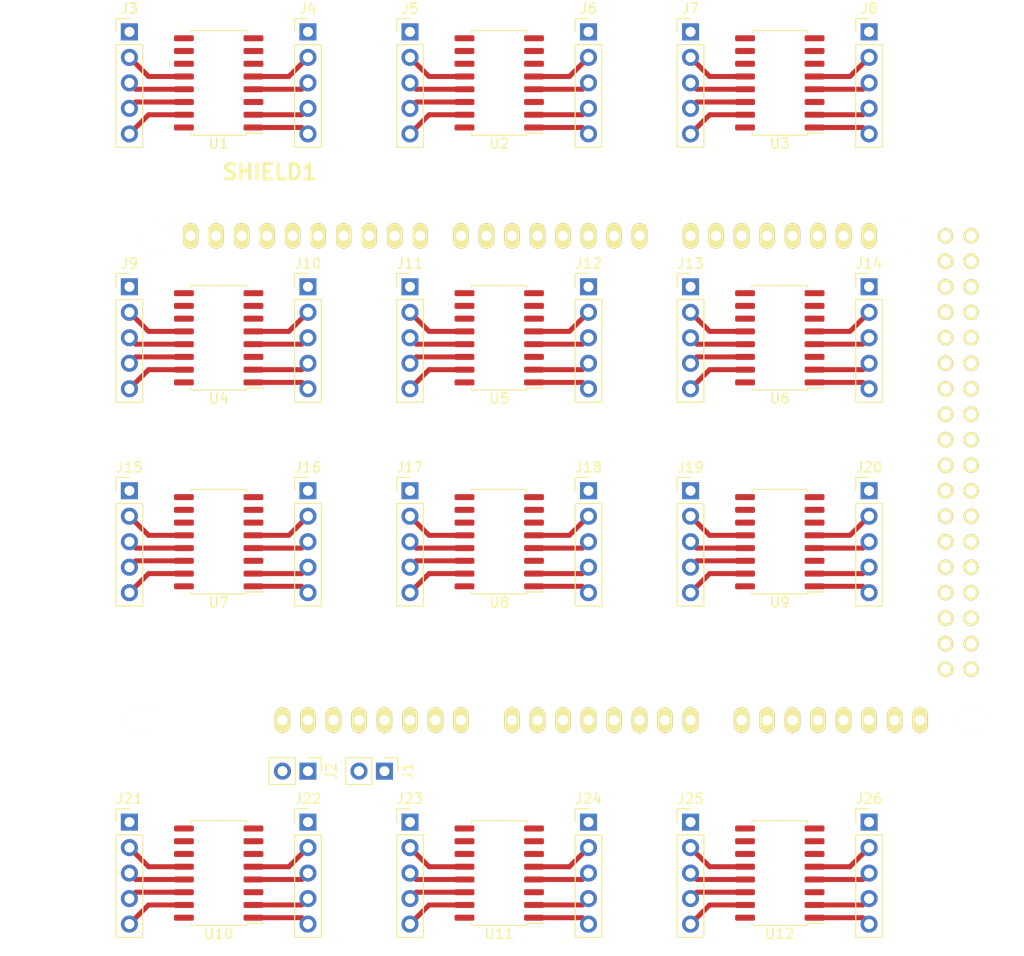
<source format=kicad_pcb>
(kicad_pcb (version 20211014) (generator pcbnew)
  (layers (0 "F.Cu" signal) (31 "B.Cu" signal) (34 "B.Paste" user) (35 "F.Paste" user) (36 "B.SilkS" user "B.Silkscreen") (37 "F.SilkS" user "F.Silkscreen") (38 "B.Mask" user) (39 "F.Mask" user) (44 "Edge.Cuts" user))
  (net 0 "")
  (net 1 "GND")
  (net 2 "+3V3")
  (net 3 "VEE")
  (net 16 "/A8")
  (net 17 "/A7")
  (net 18 "/A6")
  (net 19 "/A9")
  (net 20 "/A10")
  (net 21 "/A11")
  (net 22 "/A5")
  (net 23 "/A4")
  (net 24 "/A3")
  (net 25 "/A0")
  (net 26 "/A1")
  (net 27 "/A2")
  (net 47 "VCC")
  (net 87 "/Multiplex1/S2")
  (net 88 "/Multiplex1/S1")
  (net 89 "/Multiplex1/S0")
  (net 90 "/Multiplex2/S2")
  (net 91 "/Multiplex2/S1")
  (net 92 "/Multiplex2/S0")
  (net 93 "/Multiplex3/S2")
  (net 94 "/Multiplex3/S1")
  (net 95 "/Multiplex3/S0")
  (net 96 "/Multiplex4/S2")
  (net 97 "/Multiplex4/S1")
  (net 98 "/Multiplex4/S0")
  (net 99 "/Multiplex5/S2")
  (net 100 "/Multiplex5/S1")
  (net 101 "/Multiplex5/S0")
  (net 102 "/Multiplex6/S2")
  (net 103 "/Multiplex6/S1")
  (net 104 "/Multiplex6/S0")
  (net 105 "/Multiplex7/S2")
  (net 106 "/Multiplex7/S1")
  (net 107 "/Multiplex7/S0")
  (net 108 "/Multiplex8/S2")
  (net 109 "/Multiplex8/S1")
  (net 110 "/Multiplex8/S0")
  (net 111 "/Multiplex9/S2")
  (net 112 "/Multiplex9/S1")
  (net 113 "/Multiplex9/S0")
  (net 114 "/Multiplex10/S2")
  (net 115 "/Multiplex10/S1")
  (net 116 "/Multiplex10/S0")
  (net 117 "/Multiplex11/S2")
  (net 118 "/Multiplex11/S1")
  (net 119 "/Multiplex11/S0")
  (net 120 "/Multiplex12/S2")
  (net 121 "/Multiplex12/S1")
  (net 122 "/Multiplex12/S0")
  (net 123 "Net-(U1-Pad12)")
  (net 124 "Net-(U1-Pad13)")
  (net 125 "Net-(U1-Pad14)")
  (net 126 "Net-(U1-Pad15)")
  (net 127 "Net-(U1-Pad1)")
  (net 128 "Net-(U1-Pad2)")
  (net 129 "Net-(U1-Pad4)")
  (net 130 "Net-(U1-Pad5)")
  (net 131 "Net-(U2-Pad12)")
  (net 132 "Net-(U2-Pad13)")
  (net 133 "Net-(U2-Pad14)")
  (net 134 "Net-(U2-Pad15)")
  (net 135 "Net-(U2-Pad1)")
  (net 136 "Net-(U2-Pad2)")
  (net 137 "Net-(U2-Pad4)")
  (net 138 "Net-(U2-Pad5)")
  (net 139 "Net-(U3-Pad12)")
  (net 140 "Net-(U3-Pad13)")
  (net 141 "Net-(U3-Pad14)")
  (net 142 "Net-(U3-Pad15)")
  (net 143 "Net-(U3-Pad1)")
  (net 144 "Net-(U3-Pad2)")
  (net 145 "Net-(U3-Pad4)")
  (net 146 "Net-(U3-Pad5)")
  (net 147 "Net-(U4-Pad12)")
  (net 148 "Net-(U4-Pad13)")
  (net 149 "Net-(U4-Pad14)")
  (net 150 "Net-(U4-Pad15)")
  (net 151 "Net-(U4-Pad1)")
  (net 152 "Net-(U4-Pad2)")
  (net 153 "Net-(U4-Pad4)")
  (net 154 "Net-(U4-Pad5)")
  (net 155 "Net-(U5-Pad12)")
  (net 156 "Net-(U5-Pad13)")
  (net 157 "Net-(U5-Pad14)")
  (net 158 "Net-(U5-Pad15)")
  (net 159 "Net-(U5-Pad1)")
  (net 160 "Net-(U5-Pad2)")
  (net 161 "Net-(U5-Pad4)")
  (net 162 "Net-(U5-Pad5)")
  (net 163 "Net-(U6-Pad12)")
  (net 164 "Net-(U6-Pad13)")
  (net 165 "Net-(U6-Pad14)")
  (net 166 "Net-(U6-Pad15)")
  (net 167 "Net-(U6-Pad1)")
  (net 168 "Net-(U6-Pad2)")
  (net 169 "Net-(U6-Pad4)")
  (net 170 "Net-(U6-Pad5)")
  (net 171 "Net-(U7-Pad12)")
  (net 172 "Net-(U7-Pad13)")
  (net 173 "Net-(U7-Pad14)")
  (net 174 "Net-(U7-Pad15)")
  (net 175 "Net-(U7-Pad1)")
  (net 176 "Net-(U7-Pad2)")
  (net 177 "Net-(U7-Pad4)")
  (net 178 "Net-(U7-Pad5)")
  (net 179 "Net-(U8-Pad12)")
  (net 180 "Net-(U8-Pad13)")
  (net 181 "Net-(U8-Pad14)")
  (net 182 "Net-(U8-Pad15)")
  (net 183 "Net-(U8-Pad1)")
  (net 184 "Net-(U8-Pad2)")
  (net 185 "Net-(U8-Pad4)")
  (net 186 "Net-(U8-Pad5)")
  (net 187 "Net-(U9-Pad12)")
  (net 188 "Net-(U9-Pad13)")
  (net 189 "Net-(U9-Pad14)")
  (net 190 "Net-(U9-Pad15)")
  (net 191 "Net-(U9-Pad1)")
  (net 192 "Net-(U9-Pad2)")
  (net 193 "Net-(U9-Pad4)")
  (net 194 "Net-(U9-Pad5)")
  (net 195 "Net-(U10-Pad12)")
  (net 196 "Net-(U10-Pad13)")
  (net 197 "Net-(U10-Pad14)")
  (net 198 "Net-(U10-Pad15)")
  (net 199 "Net-(U10-Pad1)")
  (net 200 "Net-(U10-Pad2)")
  (net 201 "Net-(U10-Pad4)")
  (net 202 "Net-(U10-Pad5)")
  (net 203 "Net-(U11-Pad12)")
  (net 204 "Net-(U11-Pad13)")
  (net 205 "Net-(U11-Pad14)")
  (net 206 "Net-(U11-Pad15)")
  (net 207 "Net-(U11-Pad1)")
  (net 208 "Net-(U11-Pad2)")
  (net 209 "Net-(U11-Pad4)")
  (net 210 "Net-(U11-Pad5)")
  (net 211 "Net-(U12-Pad12)")
  (net 212 "Net-(U12-Pad13)")
  (net 213 "Net-(U12-Pad14)")
  (net 214 "Net-(U12-Pad15)")
  (net 215 "Net-(U12-Pad1)")
  (net 216 "Net-(U12-Pad2)")
  (net 217 "Net-(U12-Pad4)")
  (net 218 "Net-(U12-Pad5)")
  (footprint "Connector_PinHeader_2.54mm:PinHeader_1x05_P2.54mm_Vertical" (layer "F.Cu") (at 139.7 91.44)
    (fp_text reference "J18")
    (fp_text value "Conn_01x05")
  )
  (footprint "Connector_PinHeader_2.54mm:PinHeader_1x05_P2.54mm_Vertical" (layer "F.Cu") (at 93.98 71.12)
    (fp_text reference "J9")
    (fp_text value "Conn_01x05")
  )
  (footprint "Package_SO:SO-16_5.3x10.2mm_P1.27mm" (layer "F.Cu") (at 102.87 50.8 180)
    (fp_text reference "U1")
    (fp_text value "74HC4051")
  )
  (footprint "Connector_PinHeader_2.54mm:PinHeader_1x05_P2.54mm_Vertical" (layer "F.Cu") (at 167.64 91.44)
    (fp_text reference "J20")
    (fp_text value "Conn_01x05")
  )
  (footprint "Package_SO:SO-16_5.3x10.2mm_P1.27mm" (layer "F.Cu") (at 130.81 96.52 180)
    (fp_text reference "U8")
    (fp_text value "74HC4051")
  )
  (footprint "Connector_PinHeader_2.54mm:PinHeader_1x05_P2.54mm_Vertical" (layer "F.Cu") (at 139.7 124.46)
    (fp_text reference "J24")
    (fp_text value "Conn_01x05")
  )
  (footprint "Package_SO:SO-16_5.3x10.2mm_P1.27mm" (layer "F.Cu") (at 158.75 76.2 180)
    (fp_text reference "U6")
    (fp_text value "74HC4051")
  )
  (footprint "Package_SO:SO-16_5.3x10.2mm_P1.27mm" (layer "F.Cu") (at 102.87 96.52 180)
    (fp_text reference "U7")
    (fp_text value "74HC4051")
  )
  (footprint "Package_SO:SO-16_5.3x10.2mm_P1.27mm" (layer "F.Cu") (at 130.81 76.2 180)
    (fp_text reference "U5")
    (fp_text value "74HC4051")
  )
  (footprint "Connector_PinHeader_2.54mm:PinHeader_1x05_P2.54mm_Vertical" (layer "F.Cu") (at 149.86 71.12)
    (fp_text reference "J13")
    (fp_text value "Conn_01x05")
  )
  (footprint "Connector_PinHeader_2.54mm:PinHeader_1x02_P2.54mm_Vertical" (layer "F.Cu") (at 111.76 119.38 -90)
    (fp_text reference "J2")
    (fp_text value "Conn_01x02")
  )
  (footprint "Connector_PinHeader_2.54mm:PinHeader_1x05_P2.54mm_Vertical" (layer "F.Cu") (at 167.64 45.72)
    (fp_text reference "J8")
    (fp_text value "Conn_01x05")
  )
  (footprint "Package_SO:SO-16_5.3x10.2mm_P1.27mm" (layer "F.Cu") (at 158.75 96.52 180)
    (fp_text reference "U9")
    (fp_text value "74HC4051")
  )
  (footprint "Package_SO:SO-16_5.3x10.2mm_P1.27mm" (layer "F.Cu") (at 130.81 129.54 180)
    (fp_text reference "U11")
    (fp_text value "74HC4051")
  )
  (footprint "Connector_PinHeader_2.54mm:PinHeader_1x05_P2.54mm_Vertical" (layer "F.Cu") (at 139.7 71.12)
    (fp_text reference "J12")
    (fp_text value "Conn_01x05")
  )
  (footprint "Package_SO:SO-16_5.3x10.2mm_P1.27mm" (layer "F.Cu") (at 102.87 76.2 180)
    (fp_text reference "U4")
    (fp_text value "74HC4051")
  )
  (footprint "Connector_PinHeader_2.54mm:PinHeader_1x05_P2.54mm_Vertical" (layer "F.Cu") (at 111.76 45.72)
    (fp_text reference "J4")
    (fp_text value "Conn_01x05")
  )
  (footprint "Connector_PinHeader_2.54mm:PinHeader_1x02_P2.54mm_Vertical" (layer "F.Cu") (at 119.38 119.38 -90)
    (fp_text reference "J1")
    (fp_text value "Conn_01x02")
  )
  (footprint "Connector_PinHeader_2.54mm:PinHeader_1x05_P2.54mm_Vertical" (layer "F.Cu") (at 149.86 91.44)
    (fp_text reference "J19")
    (fp_text value "Conn_01x05")
  )
  (footprint "Connector_PinHeader_2.54mm:PinHeader_1x05_P2.54mm_Vertical" (layer "F.Cu") (at 121.92 45.72)
    (fp_text reference "J5")
    (fp_text value "Conn_01x05")
  )
  (footprint "Connector_PinHeader_2.54mm:PinHeader_1x05_P2.54mm_Vertical" (layer "F.Cu") (at 149.86 45.72)
    (fp_text reference "J7")
    (fp_text value "Conn_01x05")
  )
  (footprint "Connector_PinHeader_2.54mm:PinHeader_1x05_P2.54mm_Vertical" (layer "F.Cu") (at 121.92 124.46)
    (fp_text reference "J23")
    (fp_text value "Conn_01x05")
  )
  (footprint "Connector_PinHeader_2.54mm:PinHeader_1x05_P2.54mm_Vertical" (layer "F.Cu") (at 121.92 71.12)
    (fp_text reference "J11")
    (fp_text value "Conn_01x05")
  )
  (footprint "Connector_PinHeader_2.54mm:PinHeader_1x05_P2.54mm_Vertical" (layer "F.Cu") (at 167.64 71.12)
    (fp_text reference "J14")
    (fp_text value "Conn_01x05")
  )
  (footprint "Connector_PinHeader_2.54mm:PinHeader_1x05_P2.54mm_Vertical" (layer "F.Cu") (at 139.7 45.72)
    (fp_text reference "J6")
    (fp_text value "Conn_01x05")
  )
  (footprint "Package_SO:SO-16_5.3x10.2mm_P1.27mm" (layer "F.Cu") (at 158.75 129.54 180)
    (fp_text reference "U12")
    (fp_text value "74HC4051")
  )
  (footprint "Package_SO:SO-16_5.3x10.2mm_P1.27mm" (layer "F.Cu") (at 102.87 129.54 180)
    (fp_text reference "U10")
    (fp_text value "74HC4051")
  )
  (footprint "Connector_PinHeader_2.54mm:PinHeader_1x05_P2.54mm_Vertical" (layer "F.Cu") (at 149.86 124.46)
    (fp_text reference "J25")
    (fp_text value "Conn_01x05")
  )
  (footprint "Connector_PinHeader_2.54mm:PinHeader_1x05_P2.54mm_Vertical" (layer "F.Cu") (at 167.64 124.46)
    (fp_text reference "J26")
    (fp_text value "Conn_01x05")
  )
  (footprint "Connector_PinHeader_2.54mm:PinHeader_1x05_P2.54mm_Vertical" (layer "F.Cu") (at 111.76 71.12)
    (fp_text reference "J10")
    (fp_text value "Conn_01x05")
  )
  (footprint "Connector_PinHeader_2.54mm:PinHeader_1x05_P2.54mm_Vertical" (layer "F.Cu") (at 93.98 45.72)
    (fp_text reference "J3")
    (fp_text value "Conn_01x05")
  )
  (footprint "Connector_PinHeader_2.54mm:PinHeader_1x05_P2.54mm_Vertical" (layer "F.Cu") (at 93.98 124.46)
    (fp_text reference "J21")
    (fp_text value "Conn_01x05")
  )
  (footprint "freetronics_footprints:ARDUINO_DUE_SHIELD" (layer "F.Cu") (at 109.22 114.3)
    (fp_text reference "SHIELD1")
    (fp_text value "ARDUINO_DUE_SHIELD" hide)
  )
  (footprint "Connector_PinHeader_2.54mm:PinHeader_1x05_P2.54mm_Vertical" (layer "F.Cu") (at 111.76 91.44)
    (fp_text reference "J16")
    (fp_text value "Conn_01x05")
  )
  (footprint "Connector_PinHeader_2.54mm:PinHeader_1x05_P2.54mm_Vertical" (layer "F.Cu") (at 93.98 91.44)
    (fp_text reference "J15")
    (fp_text value "Conn_01x05")
  )
  (footprint "Connector_PinHeader_2.54mm:PinHeader_1x05_P2.54mm_Vertical" (layer "F.Cu") (at 111.76 124.46)
    (fp_text reference "J22")
    (fp_text value "Conn_01x05")
  )
  (footprint "Package_SO:SO-16_5.3x10.2mm_P1.27mm" (layer "F.Cu") (at 158.75 50.8 180)
    (fp_text reference "U3")
    (fp_text value "74HC4051")
  )
  (footprint "Connector_PinHeader_2.54mm:PinHeader_1x05_P2.54mm_Vertical" (layer "F.Cu") (at 121.92 91.44)
    (fp_text reference "J17")
    (fp_text value "Conn_01x05")
  )
  (footprint "Package_SO:SO-16_5.3x10.2mm_P1.27mm" (layer "F.Cu") (at 130.81 50.8 180)
    (fp_text reference "U2")
    (fp_text value "74HC4051")
  )
  (segment (start 95.885 50.165) (end 93.98 48.26) (width 0.5) (layer "F.Cu") (net 123))
  (segment (start 99.4075 50.165) (end 95.885 50.165) (width 0.5) (layer "F.Cu") (net 123))
  (segment (start 94.615 51.435) (end 93.98 50.8) (width 0.5) (layer "F.Cu") (net 124))
  (segment (start 99.4075 51.435) (end 94.615 51.435) (width 0.5) (layer "F.Cu") (net 124))
  (segment (start 94.615 52.705) (end 93.98 53.34) (width 0.5) (layer "F.Cu") (net 125))
  (segment (start 99.4075 52.705) (end 94.615 52.705) (width 0.5) (layer "F.Cu") (net 125))
  (segment (start 95.885 53.975) (end 93.98 55.88) (width 0.5) (layer "F.Cu") (net 126))
  (segment (start 99.4075 53.975) (end 95.885 53.975) (width 0.5) (layer "F.Cu") (net 126))
  (segment (start 106.3325 55.245) (end 111.125 55.245) (width 0.5) (layer "F.Cu") (net 127))
  (segment (start 111.125 55.245) (end 111.76 55.88) (width 0.5) (layer "F.Cu") (net 127))
  (segment (start 111.125 53.975) (end 111.76 53.34) (width 0.5) (layer "F.Cu") (net 128))
  (segment (start 106.3325 53.975) (end 111.125 53.975) (width 0.5) (layer "F.Cu") (net 128))
  (segment (start 106.3325 51.435) (end 111.125 51.435) (width 0.5) (layer "F.Cu") (net 129))
  (segment (start 111.125 51.435) (end 111.76 50.8) (width 0.5) (layer "F.Cu") (net 129))
  (segment (start 106.3325 50.165) (end 109.855 50.165) (width 0.5) (layer "F.Cu") (net 130))
  (segment (start 109.855 50.165) (end 111.76 48.26) (width 0.5) (layer "F.Cu") (net 130))
  (segment (start 123.825 50.165) (end 121.92 48.26) (width 0.5) (layer "F.Cu") (net 131))
  (segment (start 127.3475 50.165) (end 123.825 50.165) (width 0.5) (layer "F.Cu") (net 131))
  (segment (start 122.555 51.435) (end 121.92 50.8) (width 0.5) (layer "F.Cu") (net 132))
  (segment (start 127.3475 51.435) (end 122.555 51.435) (width 0.5) (layer "F.Cu") (net 132))
  (segment (start 122.555 52.705) (end 121.92 53.34) (width 0.5) (layer "F.Cu") (net 133))
  (segment (start 127.3475 52.705) (end 122.555 52.705) (width 0.5) (layer "F.Cu") (net 133))
  (segment (start 123.825 53.975) (end 121.92 55.88) (width 0.5) (layer "F.Cu") (net 134))
  (segment (start 127.3475 53.975) (end 123.825 53.975) (width 0.5) (layer "F.Cu") (net 134))
  (segment (start 134.2725 55.245) (end 139.065 55.245) (width 0.5) (layer "F.Cu") (net 135))
  (segment (start 139.065 55.245) (end 139.7 55.88) (width 0.5) (layer "F.Cu") (net 135))
  (segment (start 139.065 53.975) (end 139.7 53.34) (width 0.5) (layer "F.Cu") (net 136))
  (segment (start 134.2725 53.975) (end 139.065 53.975) (width 0.5) (layer "F.Cu") (net 136))
  (segment (start 134.2725 51.435) (end 139.065 51.435) (width 0.5) (layer "F.Cu") (net 137))
  (segment (start 139.065 51.435) (end 139.7 50.8) (width 0.5) (layer "F.Cu") (net 137))
  (segment (start 134.2725 50.165) (end 137.795 50.165) (width 0.5) (layer "F.Cu") (net 138))
  (segment (start 137.795 50.165) (end 139.7 48.26) (width 0.5) (layer "F.Cu") (net 138))
  (segment (start 151.765 50.165) (end 149.86 48.26) (width 0.5) (layer "F.Cu") (net 139))
  (segment (start 155.2875 50.165) (end 151.765 50.165) (width 0.5) (layer "F.Cu") (net 139))
  (segment (start 150.495 51.435) (end 149.86 50.8) (width 0.5) (layer "F.Cu") (net 140))
  (segment (start 155.2875 51.435) (end 150.495 51.435) (width 0.5) (layer "F.Cu") (net 140))
  (segment (start 150.495 52.705) (end 149.86 53.34) (width 0.5) (layer "F.Cu") (net 141))
  (segment (start 155.2875 52.705) (end 150.495 52.705) (width 0.5) (layer "F.Cu") (net 141))
  (segment (start 151.765 53.975) (end 149.86 55.88) (width 0.5) (layer "F.Cu") (net 142))
  (segment (start 155.2875 53.975) (end 151.765 53.975) (width 0.5) (layer "F.Cu") (net 142))
  (segment (start 162.2125 55.245) (end 167.005 55.245) (width 0.5) (layer "F.Cu") (net 143))
  (segment (start 167.005 55.245) (end 167.64 55.88) (width 0.5) (layer "F.Cu") (net 143))
  (segment (start 167.005 53.975) (end 167.64 53.34) (width 0.5) (layer "F.Cu") (net 144))
  (segment (start 162.2125 53.975) (end 167.005 53.975) (width 0.5) (layer "F.Cu") (net 144))
  (segment (start 162.2125 51.435) (end 167.005 51.435) (width 0.5) (layer "F.Cu") (net 145))
  (segment (start 167.005 51.435) (end 167.64 50.8) (width 0.5) (layer "F.Cu") (net 145))
  (segment (start 162.2125 50.165) (end 165.735 50.165) (width 0.5) (layer "F.Cu") (net 146))
  (segment (start 165.735 50.165) (end 167.64 48.26) (width 0.5) (layer "F.Cu") (net 146))
  (segment (start 95.885 75.565) (end 93.98 73.66) (width 0.5) (layer "F.Cu") (net 147))
  (segment (start 99.4075 75.565) (end 95.885 75.565) (width 0.5) (layer "F.Cu") (net 147))
  (segment (start 94.615 76.835) (end 93.98 76.2) (width 0.5) (layer "F.Cu") (net 148))
  (segment (start 99.4075 76.835) (end 94.615 76.835) (width 0.5) (layer "F.Cu") (net 148))
  (segment (start 94.615 78.105) (end 93.98 78.74) (width 0.5) (layer "F.Cu") (net 149))
  (segment (start 99.4075 78.105) (end 94.615 78.105) (width 0.5) (layer "F.Cu") (net 149))
  (segment (start 95.885 79.375) (end 93.98 81.28) (width 0.5) (layer "F.Cu") (net 150))
  (segment (start 99.4075 79.375) (end 95.885 79.375) (width 0.5) (layer "F.Cu") (net 150))
  (segment (start 106.3325 80.645) (end 111.125 80.645) (width 0.5) (layer "F.Cu") (net 151))
  (segment (start 111.125 80.645) (end 111.76 81.28) (width 0.5) (layer "F.Cu") (net 151))
  (segment (start 111.125 79.375) (end 111.76 78.74) (width 0.5) (layer "F.Cu") (net 152))
  (segment (start 106.3325 79.375) (end 111.125 79.375) (width 0.5) (layer "F.Cu") (net 152))
  (segment (start 106.3325 76.835) (end 111.125 76.835) (width 0.5) (layer "F.Cu") (net 153))
  (segment (start 111.125 76.835) (end 111.76 76.2) (width 0.5) (layer "F.Cu") (net 153))
  (segment (start 106.3325 75.565) (end 109.855 75.565) (width 0.5) (layer "F.Cu") (net 154))
  (segment (start 109.855 75.565) (end 111.76 73.66) (width 0.5) (layer "F.Cu") (net 154))
  (segment (start 123.825 75.565) (end 121.92 73.66) (width 0.5) (layer "F.Cu") (net 155))
  (segment (start 127.3475 75.565) (end 123.825 75.565) (width 0.5) (layer "F.Cu") (net 155))
  (segment (start 122.555 76.835) (end 121.92 76.2) (width 0.5) (layer "F.Cu") (net 156))
  (segment (start 127.3475 76.835) (end 122.555 76.835) (width 0.5) (layer "F.Cu") (net 156))
  (segment (start 122.555 78.105) (end 121.92 78.74) (width 0.5) (layer "F.Cu") (net 157))
  (segment (start 127.3475 78.105) (end 122.555 78.105) (width 0.5) (layer "F.Cu") (net 157))
  (segment (start 123.825 79.375) (end 121.92 81.28) (width 0.5) (layer "F.Cu") (net 158))
  (segment (start 127.3475 79.375) (end 123.825 79.375) (width 0.5) (layer "F.Cu") (net 158))
  (segment (start 134.2725 80.645) (end 139.065 80.645) (width 0.5) (layer "F.Cu") (net 159))
  (segment (start 139.065 80.645) (end 139.7 81.28) (width 0.5) (layer "F.Cu") (net 159))
  (segment (start 139.065 79.375) (end 139.7 78.74) (width 0.5) (layer "F.Cu") (net 160))
  (segment (start 134.2725 79.375) (end 139.065 79.375) (width 0.5) (layer "F.Cu") (net 160))
  (segment (start 134.2725 76.835) (end 139.065 76.835) (width 0.5) (layer "F.Cu") (net 161))
  (segment (start 139.065 76.835) (end 139.7 76.2) (width 0.5) (layer "F.Cu") (net 161))
  (segment (start 134.2725 75.565) (end 137.795 75.565) (width 0.5) (layer "F.Cu") (net 162))
  (segment (start 137.795 75.565) (end 139.7 73.66) (width 0.5) (layer "F.Cu") (net 162))
  (segment (start 151.765 75.565) (end 149.86 73.66) (width 0.5) (layer "F.Cu") (net 163))
  (segment (start 155.2875 75.565) (end 151.765 75.565) (width 0.5) (layer "F.Cu") (net 163))
  (segment (start 150.495 76.835) (end 149.86 76.2) (width 0.5) (layer "F.Cu") (net 164))
  (segment (start 155.2875 76.835) (end 150.495 76.835) (width 0.5) (layer "F.Cu") (net 164))
  (segment (start 150.495 78.105) (end 149.86 78.74) (width 0.5) (layer "F.Cu") (net 165))
  (segment (start 155.2875 78.105) (end 150.495 78.105) (width 0.5) (layer "F.Cu") (net 165))
  (segment (start 151.765 79.375) (end 149.86 81.28) (width 0.5) (layer "F.Cu") (net 166))
  (segment (start 155.2875 79.375) (end 151.765 79.375) (width 0.5) (layer "F.Cu") (net 166))
  (segment (start 162.2125 80.645) (end 167.005 80.645) (width 0.5) (layer "F.Cu") (net 167))
  (segment (start 167.005 80.645) (end 167.64 81.28) (width 0.5) (layer "F.Cu") (net 167))
  (segment (start 167.005 79.375) (end 167.64 78.74) (width 0.5) (layer "F.Cu") (net 168))
  (segment (start 162.2125 79.375) (end 167.005 79.375) (width 0.5) (layer "F.Cu") (net 168))
  (segment (start 162.2125 76.835) (end 167.005 76.835) (width 0.5) (layer "F.Cu") (net 169))
  (segment (start 167.005 76.835) (end 167.64 76.2) (width 0.5) (layer "F.Cu") (net 169))
  (segment (start 162.2125 75.565) (end 165.735 75.565) (width 0.5) (layer "F.Cu") (net 170))
  (segment (start 165.735 75.565) (end 167.64 73.66) (width 0.5) (layer "F.Cu") (net 170))
  (segment (start 95.885 95.885) (end 93.98 93.98) (width 0.5) (layer "F.Cu") (net 171))
  (segment (start 99.4075 95.885) (end 95.885 95.885) (width 0.5) (layer "F.Cu") (net 171))
  (segment (start 94.615 97.155) (end 93.98 96.52) (width 0.5) (layer "F.Cu") (net 172))
  (segment (start 99.4075 97.155) (end 94.615 97.155) (width 0.5) (layer "F.Cu") (net 172))
  (segment (start 94.615 98.425) (end 93.98 99.06) (width 0.5) (layer "F.Cu") (net 173))
  (segment (start 99.4075 98.425) (end 94.615 98.425) (width 0.5) (layer "F.Cu") (net 173))
  (segment (start 95.885 99.695) (end 93.98 101.6) (width 0.5) (layer "F.Cu") (net 174))
  (segment (start 99.4075 99.695) (end 95.885 99.695) (width 0.5) (layer "F.Cu") (net 174))
  (segment (start 106.3325 100.965) (end 111.125 100.965) (width 0.5) (layer "F.Cu") (net 175))
  (segment (start 111.125 100.965) (end 111.76 101.6) (width 0.5) (layer "F.Cu") (net 175))
  (segment (start 111.125 99.695) (end 111.76 99.06) (width 0.5) (layer "F.Cu") (net 176))
  (segment (start 106.3325 99.695) (end 111.125 99.695) (width 0.5) (layer "F.Cu") (net 176))
  (segment (start 106.3325 97.155) (end 111.125 97.155) (width 0.5) (layer "F.Cu") (net 177))
  (segment (start 111.125 97.155) (end 111.76 96.52) (width 0.5) (layer "F.Cu") (net 177))
  (segment (start 106.3325 95.885) (end 109.855 95.885) (width 0.5) (layer "F.Cu") (net 178))
  (segment (start 109.855 95.885) (end 111.76 93.98) (width 0.5) (layer "F.Cu") (net 178))
  (segment (start 123.825 95.885) (end 121.92 93.98) (width 0.5) (layer "F.Cu") (net 179))
  (segment (start 127.3475 95.885) (end 123.825 95.885) (width 0.5) (layer "F.Cu") (net 179))
  (segment (start 122.555 97.155) (end 121.92 96.52) (width 0.5) (layer "F.Cu") (net 180))
  (segment (start 127.3475 97.155) (end 122.555 97.155) (width 0.5) (layer "F.Cu") (net 180))
  (segment (start 122.555 98.425) (end 121.92 99.06) (width 0.5) (layer "F.Cu") (net 181))
  (segment (start 127.3475 98.425) (end 122.555 98.425) (width 0.5) (layer "F.Cu") (net 181))
  (segment (start 123.825 99.695) (end 121.92 101.6) (width 0.5) (layer "F.Cu") (net 182))
  (segment (start 127.3475 99.695) (end 123.825 99.695) (width 0.5) (layer "F.Cu") (net 182))
  (segment (start 134.2725 100.965) (end 139.065 100.965) (width 0.5) (layer "F.Cu") (net 183))
  (segment (start 139.065 100.965) (end 139.7 101.6) (width 0.5) (layer "F.Cu") (net 183))
  (segment (start 139.065 99.695) (end 139.7 99.06) (width 0.5) (layer "F.Cu") (net 184))
  (segment (start 134.2725 99.695) (end 139.065 99.695) (width 0.5) (layer "F.Cu") (net 184))
  (segment (start 134.2725 97.155) (end 139.065 97.155) (width 0.5) (layer "F.Cu") (net 185))
  (segment (start 139.065 97.155) (end 139.7 96.52) (width 0.5) (layer "F.Cu") (net 185))
  (segment (start 134.2725 95.885) (end 137.795 95.885) (width 0.5) (layer "F.Cu") (net 186))
  (segment (start 137.795 95.885) (end 139.7 93.98) (width 0.5) (layer "F.Cu") (net 186))
  (segment (start 151.765 95.885) (end 149.86 93.98) (width 0.5) (layer "F.Cu") (net 187))
  (segment (start 155.2875 95.885) (end 151.765 95.885) (width 0.5) (layer "F.Cu") (net 187))
  (segment (start 150.495 97.155) (end 149.86 96.52) (width 0.5) (layer "F.Cu") (net 188))
  (segment (start 155.2875 97.155) (end 150.495 97.155) (width 0.5) (layer "F.Cu") (net 188))
  (segment (start 150.495 98.425) (end 149.86 99.06) (width 0.5) (layer "F.Cu") (net 189))
  (segment (start 155.2875 98.425) (end 150.495 98.425) (width 0.5) (layer "F.Cu") (net 189))
  (segment (start 151.765 99.695) (end 149.86 101.6) (width 0.5) (layer "F.Cu") (net 190))
  (segment (start 155.2875 99.695) (end 151.765 99.695) (width 0.5) (layer "F.Cu") (net 190))
  (segment (start 162.2125 100.965) (end 167.005 100.965) (width 0.5) (layer "F.Cu") (net 191))
  (segment (start 167.005 100.965) (end 167.64 101.6) (width 0.5) (layer "F.Cu") (net 191))
  (segment (start 167.005 99.695) (end 167.64 99.06) (width 0.5) (layer "F.Cu") (net 192))
  (segment (start 162.2125 99.695) (end 167.005 99.695) (width 0.5) (layer "F.Cu") (net 192))
  (segment (start 162.2125 97.155) (end 167.005 97.155) (width 0.5) (layer "F.Cu") (net 193))
  (segment (start 167.005 97.155) (end 167.64 96.52) (width 0.5) (layer "F.Cu") (net 193))
  (segment (start 162.2125 95.885) (end 165.735 95.885) (width 0.5) (layer "F.Cu") (net 194))
  (segment (start 165.735 95.885) (end 167.64 93.98) (width 0.5) (layer "F.Cu") (net 194))
  (segment (start 95.885 128.905) (end 93.98 127) (width 0.5) (layer "F.Cu") (net 195))
  (segment (start 99.4075 128.905) (end 95.885 128.905) (width 0.5) (layer "F.Cu") (net 195))
  (segment (start 94.615 130.175) (end 93.98 129.54) (width 0.5) (layer "F.Cu") (net 196))
  (segment (start 99.4075 130.175) (end 94.615 130.175) (width 0.5) (layer "F.Cu") (net 196))
  (segment (start 94.615 131.445) (end 93.98 132.08) (width 0.5) (layer "F.Cu") (net 197))
  (segment (start 99.4075 131.445) (end 94.615 131.445) (width 0.5) (layer "F.Cu") (net 197))
  (segment (start 95.885 132.715) (end 93.98 134.62) (width 0.5) (layer "F.Cu") (net 198))
  (segment (start 99.4075 132.715) (end 95.885 132.715) (width 0.5) (layer "F.Cu") (net 198))
  (segment (start 106.3325 133.985) (end 111.125 133.985) (width 0.5) (layer "F.Cu") (net 199))
  (segment (start 111.125 133.985) (end 111.76 134.62) (width 0.5) (layer "F.Cu") (net 199))
  (segment (start 111.125 132.715) (end 111.76 132.08) (width 0.5) (layer "F.Cu") (net 200))
  (segment (start 106.3325 132.715) (end 111.125 132.715) (width 0.5) (layer "F.Cu") (net 200))
  (segment (start 106.3325 130.175) (end 111.125 130.175) (width 0.5) (layer "F.Cu") (net 201))
  (segment (start 111.125 130.175) (end 111.76 129.54) (width 0.5) (layer "F.Cu") (net 201))
  (segment (start 106.3325 128.905) (end 109.855 128.905) (width 0.5) (layer "F.Cu") (net 202))
  (segment (start 109.855 128.905) (end 111.76 127) (width 0.5) (layer "F.Cu") (net 202))
  (segment (start 123.825 128.905) (end 121.92 127) (width 0.5) (layer "F.Cu") (net 203))
  (segment (start 127.3475 128.905) (end 123.825 128.905) (width 0.5) (layer "F.Cu") (net 203))
  (segment (start 122.555 130.175) (end 121.92 129.54) (width 0.5) (layer "F.Cu") (net 204))
  (segment (start 127.3475 130.175) (end 122.555 130.175) (width 0.5) (layer "F.Cu") (net 204))
  (segment (start 122.555 131.445) (end 121.92 132.08) (width 0.5) (layer "F.Cu") (net 205))
  (segment (start 127.3475 131.445) (end 122.555 131.445) (width 0.5) (layer "F.Cu") (net 205))
  (segment (start 123.825 132.715) (end 121.92 134.62) (width 0.5) (layer "F.Cu") (net 206))
  (segment (start 127.3475 132.715) (end 123.825 132.715) (width 0.5) (layer "F.Cu") (net 206))
  (segment (start 134.2725 133.985) (end 139.065 133.985) (width 0.5) (layer "F.Cu") (net 207))
  (segment (start 139.065 133.985) (end 139.7 134.62) (width 0.5) (layer "F.Cu") (net 207))
  (segment (start 139.065 132.715) (end 139.7 132.08) (width 0.5) (layer "F.Cu") (net 208))
  (segment (start 134.2725 132.715) (end 139.065 132.715) (width 0.5) (layer "F.Cu") (net 208))
  (segment (start 134.2725 130.175) (end 139.065 130.175) (width 0.5) (layer "F.Cu") (net 209))
  (segment (start 139.065 130.175) (end 139.7 129.54) (width 0.5) (layer "F.Cu") (net 209))
  (segment (start 134.2725 128.905) (end 137.795 128.905) (width 0.5) (layer "F.Cu") (net 210))
  (segment (start 137.795 128.905) (end 139.7 127) (width 0.5) (layer "F.Cu") (net 210))
  (segment (start 151.765 128.905) (end 149.86 127) (width 0.5) (layer "F.Cu") (net 211))
  (segment (start 155.2875 128.905) (end 151.765 128.905) (width 0.5) (layer "F.Cu") (net 211))
  (segment (start 150.495 130.175) (end 149.86 129.54) (width 0.5) (layer "F.Cu") (net 212))
  (segment (start 155.2875 130.175) (end 150.495 130.175) (width 0.5) (layer "F.Cu") (net 212))
  (segment (start 150.495 131.445) (end 149.86 132.08) (width 0.5) (layer "F.Cu") (net 213))
  (segment (start 155.2875 131.445) (end 150.495 131.445) (width 0.5) (layer "F.Cu") (net 213))
  (segment (start 151.765 132.715) (end 149.86 134.62) (width 0.5) (layer "F.Cu") (net 214))
  (segment (start 155.2875 132.715) (end 151.765 132.715) (width 0.5) (layer "F.Cu") (net 214))
  (segment (start 162.2125 133.985) (end 167.005 133.985) (width 0.5) (layer "F.Cu") (net 215))
  (segment (start 167.005 133.985) (end 167.64 134.62) (width 0.5) (layer "F.Cu") (net 215))
  (segment (start 167.005 132.715) (end 167.64 132.08) (width 0.5) (layer "F.Cu") (net 216))
  (segment (start 162.2125 132.715) (end 167.005 132.715) (width 0.5) (layer "F.Cu") (net 216))
  (segment (start 162.2125 130.175) (end 167.005 130.175) (width 0.5) (layer "F.Cu") (net 217))
  (segment (start 167.005 130.175) (end 167.64 129.54) (width 0.5) (layer "F.Cu") (net 217))
  (segment (start 162.2125 128.905) (end 165.735 128.905) (width 0.5) (layer "F.Cu") (net 218))
  (segment (start 165.735 128.905) (end 167.64 127) (width 0.5) (layer "F.Cu") (net 218))
)
</source>
